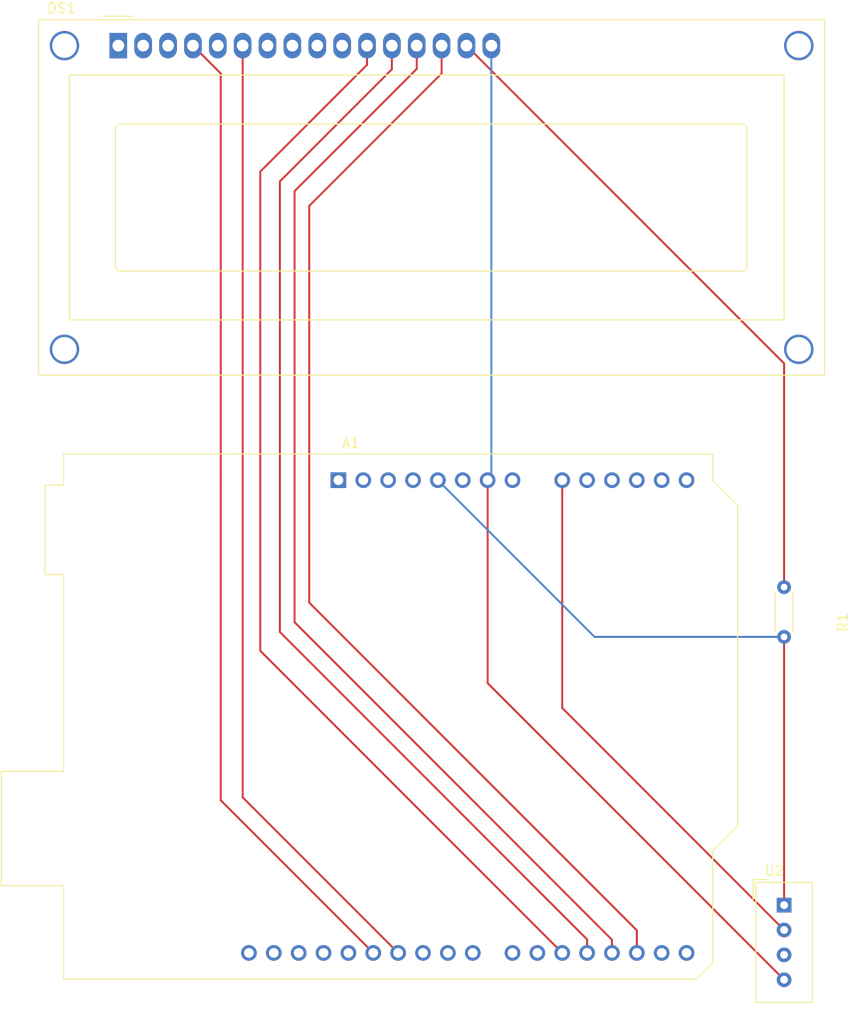
<source format=kicad_pcb>
(kicad_pcb (version 20240108) (generator "pcbnew") (generator_version "8.0")
  (layers (0 "F.Cu" signal) (31 "B.Cu" signal) (34 "B.Paste" user) (35 "F.Paste" user) (36 "B.SilkS" user "B.Silkscreen") (37 "F.SilkS" user "F.Silkscreen") (38 "B.Mask" user) (39 "F.Mask" user) (44 "Edge.Cuts" user))
  (net 0 "")
  (net 1 "Net-(A1-A0)")
  (net 4 "Net-(A1-D2)")
  (net 9 "0v")
  (net 10 "Net-(A1-D11)")
  (net 11 "Net-(A1-D4)")
  (net 13 "Net-(A1-D5)")
  (net 20 "Net-(A1-D3)")
  (net 24 "Net-(A1-D12)")
  (net 28 "5v")
  (footprint "Sensor:Aosong_DHT11_5.5x12.0_P2.54mm" (layer "F.Cu") (at 192.5 128.38)
    (property "Reference" "U2" (at -1 -3.5 0) (layer "F.SilkS"))
    (property "Value" "DHT11")
    (fp_line (start -3.16 -2.6) (end -3.16 -0.6) (stroke (width 0.12)) (layer "F.SilkS"))
    (fp_line (start -3.16 -2.6) (end -1.55 -2.6) (stroke (width 0.12)) (layer "F.SilkS"))
    (fp_line (start -2.88 9.94) (end -2.88 -2.31) (stroke (width 0.12)) (layer "F.SilkS"))
    (fp_line (start -2.87 -2.32) (end 2.87 -2.32) (stroke (width 0.12)) (layer "F.SilkS"))
    (fp_line (start 2.88 -2.32) (end 2.88 9.94) (stroke (width 0.12)) (layer "F.SilkS"))
    (fp_line (start 2.88 9.94) (end -2.88 9.94) (stroke (width 0.12)) (layer "F.SilkS"))
    (pad "1" thru_hole rect (at 0 0) (size 1.5 1.5) (drill 0.8) (layers "*.Cu" "*.Mask") (net 28 "5v"))
    (pad "2" thru_hole circle (at 0 2.54) (size 1.5 1.5) (drill 0.8) (layers "*.Cu" "*.Mask") (net 1 "Net-(A1-A0)"))
    (pad "3" thru_hole circle (at 0 5.08) (size 1.5 1.5) (drill 0.8) (layers "*.Cu" "*.Mask"))
    (pad "4" thru_hole circle (at 0 7.62) (size 1.5 1.5) (drill 0.8) (layers "*.Cu" "*.Mask") (net 9 "0v"))
  )
  (footprint "Display:WC1602A" (layer "F.Cu") (at 124.5 40.6425)
    (property "Reference" "DS1" (at -5.82 -3.81 0) (layer "F.SilkS"))
    (property "Value" "WC1602A")
    (fp_line (start -8.14 -2.64) (end -8.14 33.64) (stroke (width 0.12)) (layer "F.SilkS"))
    (fp_line (start -8.14 33.64) (end 72.14 33.64) (stroke (width 0.12)) (layer "F.SilkS"))
    (fp_line (start -8.13 -2.64) (end -7.34 -2.64) (stroke (width 0.12)) (layer "F.SilkS"))
    (fp_line (start -5 3) (end 68 3) (stroke (width 0.12)) (layer "F.SilkS"))
    (fp_line (start -5 28) (end -5 3) (stroke (width 0.12)) (layer "F.SilkS"))
    (fp_line (start -1.5 -3) (end 1.5 -3) (stroke (width 0.12)) (layer "F.SilkS"))
    (fp_line (start -0.29972 22.49932) (end -0.29972 8.5) (stroke (width 0.12)) (layer "F.SilkS"))
    (fp_line (start 0.2 8) (end 63.7 8) (stroke (width 0.12)) (layer "F.SilkS"))
    (fp_line (start 63.70066 23) (end 0.2 23) (stroke (width 0.12)) (layer "F.SilkS"))
    (fp_line (start 64.2 8.5) (end 64.2 22.5) (stroke (width 0.12)) (layer "F.SilkS"))
    (fp_line (start 68 3) (end 68 28) (stroke (width 0.12)) (layer "F.SilkS"))
    (fp_line (start 68 28) (end -5 28) (stroke (width 0.12)) (layer "F.SilkS"))
    (fp_line (start 72.14 -2.64) (end -7.34 -2.64) (stroke (width 0.12)) (layer "F.SilkS"))
    (fp_line (start 72.14 33.64) (end 72.14 -2.64) (stroke (width 0.12)) (layer "F.SilkS"))
    (fp_arc (start -0.29972 8.49884) (mid -0.153162 8.145018) (end 0.20066 7.99846) (stroke (width 0.12)) (layer "F.SilkS"))
    (fp_arc (start 0.20066 22.9997) (mid -0.153162 22.853142) (end -0.29972 22.49932) (stroke (width 0.12)) (layer "F.SilkS"))
    (fp_arc (start 63.7 8) (mid 64.053553 8.146447) (end 64.2 8.5) (stroke (width 0.12)) (layer "F.SilkS"))
    (fp_arc (start 64.20104 22.49932) (mid 64.054479 22.85315) (end 63.70066 22.9997) (stroke (width 0.12)) (layer "F.SilkS"))
    (pad "" thru_hole circle (at -5.4991 0) (size 3 3) (drill 2.5) (layers "*.Cu" "*.Mask"))
    (pad "" thru_hole circle (at -5.4991 31.0007) (size 3 3) (drill 2.5) (layers "*.Cu" "*.Mask"))
    (pad "" thru_hole circle (at 69.49948 31.0007) (size 3 3) (drill 2.5) (layers "*.Cu" "*.Mask"))
    (pad "" thru_hole circle (at 69.5 0) (size 3 3) (drill 2.5) (layers "*.Cu" "*.Mask"))
    (pad "1" thru_hole rect (at 0 0) (size 1.8 2.6) (drill 1.2) (layers "*.Cu" "*.Mask") (net 9 "0v"))
    (pad "2" thru_hole oval (at 2.54 0) (size 1.8 2.6) (drill 1.2) (layers "*.Cu" "*.Mask") (net 28 "5v"))
    (pad "3" thru_hole oval (at 5.08 0) (size 1.8 2.6) (drill 1.2) (layers "*.Cu" "*.Mask"))
    (pad "4" thru_hole oval (at 7.62 0) (size 1.8 2.6) (drill 1.2) (layers "*.Cu" "*.Mask") (net 24 "Net-(A1-D12)"))
    (pad "5" thru_hole oval (at 10.16 0) (size 1.8 2.6) (drill 1.2) (layers "*.Cu" "*.Mask"))
    (pad "6" thru_hole oval (at 12.7 0) (size 1.8 2.6) (drill 1.2) (layers "*.Cu" "*.Mask") (net 10 "Net-(A1-D11)"))
    (pad "7" thru_hole oval (at 15.24 0) (size 1.8 2.6) (drill 1.2) (layers "*.Cu" "*.Mask"))
    (pad "8" thru_hole oval (at 17.78 0) (size 1.8 2.6) (drill 1.2) (layers "*.Cu" "*.Mask"))
    (pad "9" thru_hole oval (at 20.32 0) (size 1.8 2.6) (drill 1.2) (layers "*.Cu" "*.Mask"))
    (pad "10" thru_hole oval (at 22.86 0) (size 1.8 2.6) (drill 1.2) (layers "*.Cu" "*.Mask"))
    (pad "11" thru_hole oval (at 25.4 0) (size 1.8 2.6) (drill 1.2) (layers "*.Cu" "*.Mask") (net 13 "Net-(A1-D5)"))
    (pad "12" thru_hole oval (at 27.94 0) (size 1.8 2.6) (drill 1.2) (layers "*.Cu" "*.Mask") (net 11 "Net-(A1-D4)"))
    (pad "13" thru_hole oval (at 30.48 0) (size 1.8 2.6) (drill 1.2) (layers "*.Cu" "*.Mask") (net 20 "Net-(A1-D3)"))
    (pad "14" thru_hole oval (at 33.02 0) (size 1.8 2.6) (drill 1.2) (layers "*.Cu" "*.Mask") (net 4 "Net-(A1-D2)"))
    (pad "15" thru_hole oval (at 35.56 0) (size 1.8 2.6) (drill 1.2) (layers "*.Cu" "*.Mask") (net 28 "5v"))
    (pad "16" thru_hole oval (at 38.1 0) (size 1.8 2.6) (drill 1.2) (layers "*.Cu" "*.Mask") (net 9 "0v"))
  )
  (footprint "Module:Arduino_UNO_R3_WithMountingHoles" (layer "F.Cu") (at 146.98 85)
    (property "Reference" "A1" (at 1.27 -3.81 0) (layer "F.SilkS"))
    (property "Value" "Arduino_UNO_R3")
    (fp_line (start -34.42 29.72) (end -34.42 41.4) (stroke (width 0.12)) (layer "F.SilkS"))
    (fp_line (start -34.42 41.4) (end -28.07 41.4) (stroke (width 0.12)) (layer "F.SilkS"))
    (fp_line (start -29.97 0.51) (end -29.97 9.65) (stroke (width 0.12)) (layer "F.SilkS"))
    (fp_line (start -29.97 9.65) (end -28.07 9.65) (stroke (width 0.12)) (layer "F.SilkS"))
    (fp_line (start -28.07 -2.67) (end -28.07 0.51) (stroke (width 0.12)) (layer "F.SilkS"))
    (fp_line (start -28.07 0.51) (end -29.97 0.51) (stroke (width 0.12)) (layer "F.SilkS"))
    (fp_line (start -28.07 9.65) (end -28.07 29.72) (stroke (width 0.12)) (layer "F.SilkS"))
    (fp_line (start -28.07 29.72) (end -34.42 29.72) (stroke (width 0.12)) (layer "F.SilkS"))
    (fp_line (start -28.07 41.4) (end -28.07 50.93) (stroke (width 0.12)) (layer "F.SilkS"))
    (fp_line (start -28.07 50.93) (end 36.58 50.93) (stroke (width 0.12)) (layer "F.SilkS"))
    (fp_line (start 36.58 50.93) (end 38.23 49.28) (stroke (width 0.12)) (layer "F.SilkS"))
    (fp_line (start 38.23 -2.67) (end -28.07 -2.67) (stroke (width 0.12)) (layer "F.SilkS"))
    (fp_line (start 38.23 0) (end 38.23 -2.67) (stroke (width 0.12)) (layer "F.SilkS"))
    (fp_line (start 38.23 37.85) (end 40.77 35.31) (stroke (width 0.12)) (layer "F.SilkS"))
    (fp_line (start 38.23 49.28) (end 38.23 37.85) (stroke (width 0.12)) (layer "F.SilkS"))
    (fp_line (start 40.77 2.54) (end 38.23 0) (stroke (width 0.12)) (layer "F.SilkS"))
    (fp_line (start 40.77 35.31) (end 40.77 2.54) (stroke (width 0.12)) (layer "F.SilkS"))
    (pad "" np_thru_hole circle (at -13.97 0 90) (size 3.2 3.2) (drill 3.2) (layers "*.Cu" "*.Mask"))
    (pad "" np_thru_hole circle (at -12.7 48.26 90) (size 3.2 3.2) (drill 3.2) (layers "*.Cu" "*.Mask"))
    (pad "" np_thru_hole circle (at 38.1 5.08 90) (size 3.2 3.2) (drill 3.2) (layers "*.Cu" "*.Mask"))
    (pad "" np_thru_hole circle (at 38.1 33.02 90) (size 3.2 3.2) (drill 3.2) (layers "*.Cu" "*.Mask"))
    (pad "1" thru_hole rect (at 0 0 90) (size 1.6 1.6) (drill 1) (layers "*.Cu" "*.Mask"))
    (pad "2" thru_hole oval (at 2.54 0 90) (size 1.6 1.6) (drill 1) (layers "*.Cu" "*.Mask"))
    (pad "3" thru_hole oval (at 5.08 0 90) (size 1.6 1.6) (drill 1) (layers "*.Cu" "*.Mask"))
    (pad "4" thru_hole oval (at 7.62 0 90) (size 1.6 1.6) (drill 1) (layers "*.Cu" "*.Mask"))
    (pad "5" thru_hole oval (at 10.16 0 90) (size 1.6 1.6) (drill 1) (layers "*.Cu" "*.Mask") (net 28 "5v"))
    (pad "6" thru_hole oval (at 12.7 0 90) (size 1.6 1.6) (drill 1) (layers "*.Cu" "*.Mask"))
    (pad "7" thru_hole oval (at 15.24 0 90) (size 1.6 1.6) (drill 1) (layers "*.Cu" "*.Mask") (net 9 "0v"))
    (pad "8" thru_hole oval (at 17.78 0 90) (size 1.6 1.6) (drill 1) (layers "*.Cu" "*.Mask"))
    (pad "9" thru_hole oval (at 22.86 0 90) (size 1.6 1.6) (drill 1) (layers "*.Cu" "*.Mask") (net 1 "Net-(A1-A0)"))
    (pad "10" thru_hole oval (at 25.4 0 90) (size 1.6 1.6) (drill 1) (layers "*.Cu" "*.Mask"))
    (pad "11" thru_hole oval (at 27.94 0 90) (size 1.6 1.6) (drill 1) (layers "*.Cu" "*.Mask"))
    (pad "12" thru_hole oval (at 30.48 0 90) (size 1.6 1.6) (drill 1) (layers "*.Cu" "*.Mask"))
    (pad "13" thru_hole oval (at 33.02 0 90) (size 1.6 1.6) (drill 1) (layers "*.Cu" "*.Mask"))
    (pad "14" thru_hole oval (at 35.56 0 90) (size 1.6 1.6) (drill 1) (layers "*.Cu" "*.Mask"))
    (pad "15" thru_hole oval (at 35.56 48.26 90) (size 1.6 1.6) (drill 1) (layers "*.Cu" "*.Mask"))
    (pad "16" thru_hole oval (at 33.02 48.26 90) (size 1.6 1.6) (drill 1) (layers "*.Cu" "*.Mask"))
    (pad "17" thru_hole oval (at 30.48 48.26 90) (size 1.6 1.6) (drill 1) (layers "*.Cu" "*.Mask") (net 4 "Net-(A1-D2)"))
    (pad "18" thru_hole oval (at 27.94 48.26 90) (size 1.6 1.6) (drill 1) (layers "*.Cu" "*.Mask") (net 20 "Net-(A1-D3)"))
    (pad "19" thru_hole oval (at 25.4 48.26 90) (size 1.6 1.6) (drill 1) (layers "*.Cu" "*.Mask") (net 11 "Net-(A1-D4)"))
    (pad "20" thru_hole oval (at 22.86 48.26 90) (size 1.6 1.6) (drill 1) (layers "*.Cu" "*.Mask") (net 13 "Net-(A1-D5)"))
    (pad "21" thru_hole oval (at 20.32 48.26 90) (size 1.6 1.6) (drill 1) (layers "*.Cu" "*.Mask"))
    (pad "22" thru_hole oval (at 17.78 48.26 90) (size 1.6 1.6) (drill 1) (layers "*.Cu" "*.Mask"))
    (pad "23" thru_hole oval (at 13.72 48.26 90) (size 1.6 1.6) (drill 1) (layers "*.Cu" "*.Mask"))
    (pad "24" thru_hole oval (at 11.18 48.26 90) (size 1.6 1.6) (drill 1) (layers "*.Cu" "*.Mask"))
    (pad "25" thru_hole oval (at 8.64 48.26 90) (size 1.6 1.6) (drill 1) (layers "*.Cu" "*.Mask"))
    (pad "26" thru_hole oval (at 6.1 48.26 90) (size 1.6 1.6) (drill 1) (layers "*.Cu" "*.Mask") (net 10 "Net-(A1-D11)"))
    (pad "27" thru_hole oval (at 3.56 48.26 90) (size 1.6 1.6) (drill 1) (layers "*.Cu" "*.Mask") (net 24 "Net-(A1-D12)"))
    (pad "28" thru_hole oval (at 1.02 48.26 90) (size 1.6 1.6) (drill 1) (layers "*.Cu" "*.Mask"))
    (pad "29" thru_hole oval (at -1.52 48.26 90) (size 1.6 1.6) (drill 1) (layers "*.Cu" "*.Mask"))
    (pad "30" thru_hole oval (at -4.06 48.26 90) (size 1.6 1.6) (drill 1) (layers "*.Cu" "*.Mask"))
    (pad "31" thru_hole oval (at -6.6 48.26 90) (size 1.6 1.6) (drill 1) (layers "*.Cu" "*.Mask"))
    (pad "32" thru_hole oval (at -9.14 48.26 90) (size 1.6 1.6) (drill 1) (layers "*.Cu" "*.Mask"))
  )
  (footprint "Resistor_THT:R_Axial_DIN0204_L3.6mm_D1.6mm_P5.08mm_Horizontal" (layer "F.Cu") (at 192.5 95.92 -90)
    (property "Reference" "R1" (at 3.58 -6 90) (layer "F.SilkS"))
    (property "Value" "470")
    (fp_line (start 0.62 0.92) (end 4.46 0.92) (stroke (width 0.12)) (layer "F.SilkS"))
    (fp_line (start 0.62 -0.92) (end 4.46 -0.92) (stroke (width 0.12)) (layer "F.SilkS"))
    (pad "1" thru_hole circle (at 0 0 270) (size 1.4 1.4) (drill 0.7) (layers "*.Cu" "*.Mask") (net 28 "5v"))
    (pad "2" thru_hole oval (at 5.08 0 270) (size 1.4 1.4) (drill 0.7) (layers "*.Cu" "*.Mask") (net 28 "5v"))
  )
  (segment (start 169.84 85) (end 169.84 108.26) (width 0.2) (layer "F.Cu") (net 1))
  (segment (start 169.84 108.26) (end 192.5 130.92) (width 0.2) (layer "F.Cu") (net 1))
  (segment (start 157.52 43.48) (end 144 57) (width 0.2) (layer "F.Cu") (net 4))
  (segment (start 177.46 130.96) (end 177.46 133.26) (width 0.2) (layer "F.Cu") (net 4))
  (segment (start 157.52 40.6425) (end 157.52 43.48) (width 0.2) (layer "F.Cu") (net 4))
  (segment (start 144 97.5) (end 177.46 130.96) (width 0.2) (layer "F.Cu") (net 4))
  (segment (start 144 57) (end 144 97.5) (width 0.2) (layer "F.Cu") (net 4))
  (segment (start 162.22 105.72) (end 192.5 136) (width 0.2) (layer "F.Cu") (net 9))
  (segment (start 162.22 85) (end 162.22 105.72) (width 0.2) (layer "F.Cu") (net 9))
  (segment (start 162.6 84.62) (end 162.22 85) (width 0.2) (layer "B.Cu") (net 9))
  (segment (start 162.6 40.6425) (end 162.6 84.62) (width 0.2) (layer "B.Cu") (net 9))
  (segment (start 137.2 40.6425) (end 137.2 117.38) (width 0.2) (layer "F.Cu") (net 10))
  (segment (start 137.2 117.38) (end 153.08 133.26) (width 0.2) (layer "F.Cu") (net 10))
  (segment (start 152.44 43.06) (end 141 54.5) (width 0.2) (layer "F.Cu") (net 11))
  (segment (start 141 54.5) (end 141 100.5) (width 0.2) (layer "F.Cu") (net 11))
  (segment (start 172.38 131.88) (end 172.38 133.26) (width 0.2) (layer "F.Cu") (net 11))
  (segment (start 152.44 40.6425) (end 152.44 43.06) (width 0.2) (layer "F.Cu") (net 11))
  (segment (start 141 100.5) (end 172.38 131.88) (width 0.2) (layer "F.Cu") (net 11))
  (segment (start 149.9 42.6) (end 139 53.5) (width 0.2) (layer "F.Cu") (net 13))
  (segment (start 149.8575 40.6425) (end 149.9 40.6425) (width 0.2) (layer "F.Cu") (net 13))
  (segment (start 149.9 40.6425) (end 149.9 42.6) (width 0.2) (layer "F.Cu") (net 13))
  (segment (start 139 102.42) (end 169.84 133.26) (width 0.2) (layer "F.Cu") (net 13))
  (segment (start 139 53.5) (end 139 102.42) (width 0.2) (layer "F.Cu") (net 13))
  (segment (start 142.5 55.5) (end 142.5 99.5) (width 0.2) (layer "F.Cu") (net 20))
  (segment (start 174.92 131.92) (end 174.92 133.26) (width 0.2) (layer "F.Cu") (net 20))
  (segment (start 154.98 43.02) (end 142.5 55.5) (width 0.2) (layer "F.Cu") (net 20))
  (segment (start 154.98 40.6425) (end 154.98 43.02) (width 0.2) (layer "F.Cu") (net 20))
  (segment (start 142.5 99.5) (end 174.92 131.92) (width 0.2) (layer "F.Cu") (net 20))
  (segment (start 132.12 40.6425) (end 134.96 43.4825) (width 0.2) (layer "F.Cu") (net 24))
  (segment (start 134.96 43.4825) (end 134.96 117.68) (width 0.2) (layer "F.Cu") (net 24))
  (segment (start 134.96 117.68) (end 150.54 133.26) (width 0.2) (layer "F.Cu") (net 24))
  (segment (start 192.5 73.0825) (end 160.06 40.6425) (width 0.2) (layer "F.Cu") (net 28))
  (segment (start 192.5 101) (end 192.5 128.38) (width 0.2) (layer "F.Cu") (net 28))
  (segment (start 192.5 95.92) (end 192.5 73.0825) (width 0.2) (layer "F.Cu") (net 28))
  (segment (start 173.14 101) (end 192.5 101) (width 0.2) (layer "B.Cu") (net 28))
  (segment (start 157.14 85) (end 173.14 101) (width 0.2) (layer "B.Cu") (net 28))
)
</source>
